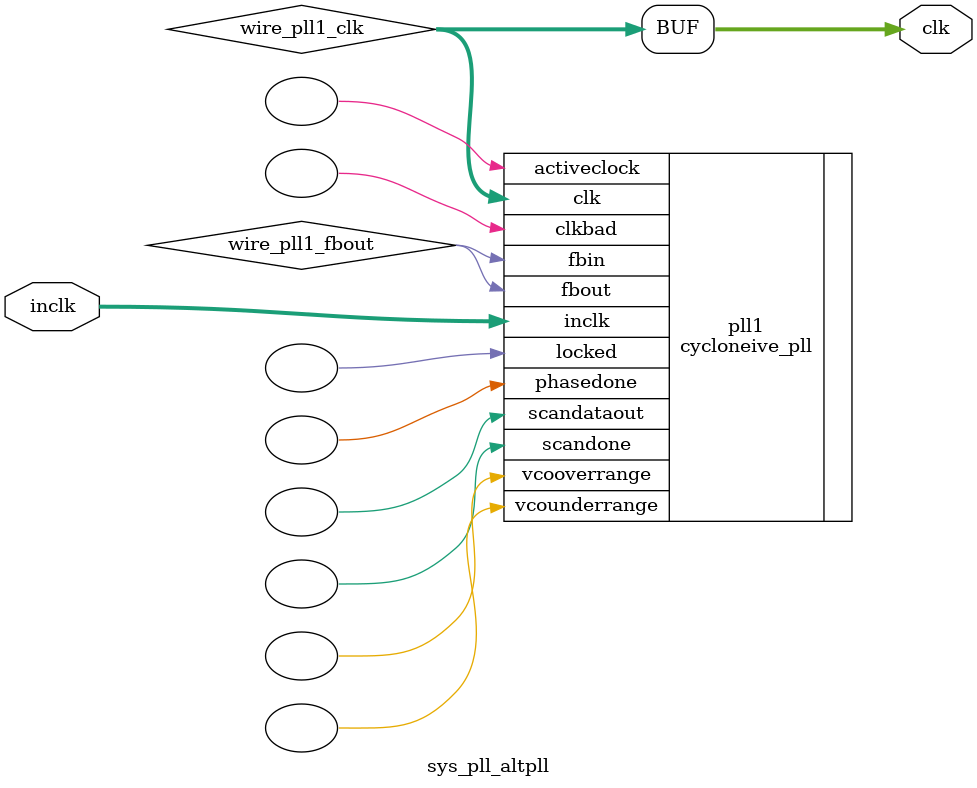
<source format=v>






//synthesis_resources = cycloneive_pll 1 
//synopsys translate_off
`timescale 1 ps / 1 ps
//synopsys translate_on
module  sys_pll_altpll
	( 
	clk,
	inclk) /* synthesis synthesis_clearbox=1 */;
	output   [4:0]  clk;
	input   [1:0]  inclk;
`ifndef ALTERA_RESERVED_QIS
// synopsys translate_off
`endif
	tri0   [1:0]  inclk;
`ifndef ALTERA_RESERVED_QIS
// synopsys translate_on
`endif

	wire  [4:0]   wire_pll1_clk;
	wire  wire_pll1_fbout;

	cycloneive_pll   pll1
	( 
	.activeclock(),
	.clk(wire_pll1_clk),
	.clkbad(),
	.fbin(wire_pll1_fbout),
	.fbout(wire_pll1_fbout),
	.inclk(inclk),
	.locked(),
	.phasedone(),
	.scandataout(),
	.scandone(),
	.vcooverrange(),
	.vcounderrange()
	`ifndef FORMAL_VERIFICATION
	// synopsys translate_off
	`endif
	,
	.areset(1'b0),
	.clkswitch(1'b0),
	.configupdate(1'b0),
	.pfdena(1'b1),
	.phasecounterselect({3{1'b0}}),
	.phasestep(1'b0),
	.phaseupdown(1'b0),
	.scanclk(1'b0),
	.scanclkena(1'b1),
	.scandata(1'b0)
	`ifndef FORMAL_VERIFICATION
	// synopsys translate_on
	`endif
	);
	defparam
		pll1.bandwidth_type = "auto",
		pll1.clk0_divide_by = 1,
		pll1.clk0_duty_cycle = 50,
		pll1.clk0_multiply_by = 2,
		pll1.clk0_phase_shift = "0",
		pll1.compensate_clock = "clk0",
		pll1.inclk0_input_frequency = 20000,
		pll1.operation_mode = "normal",
		pll1.pll_type = "auto",
		pll1.lpm_type = "cycloneive_pll";
	assign
		clk = {wire_pll1_clk[4:0]};
endmodule //sys_pll_altpll
//VALID FILE

</source>
